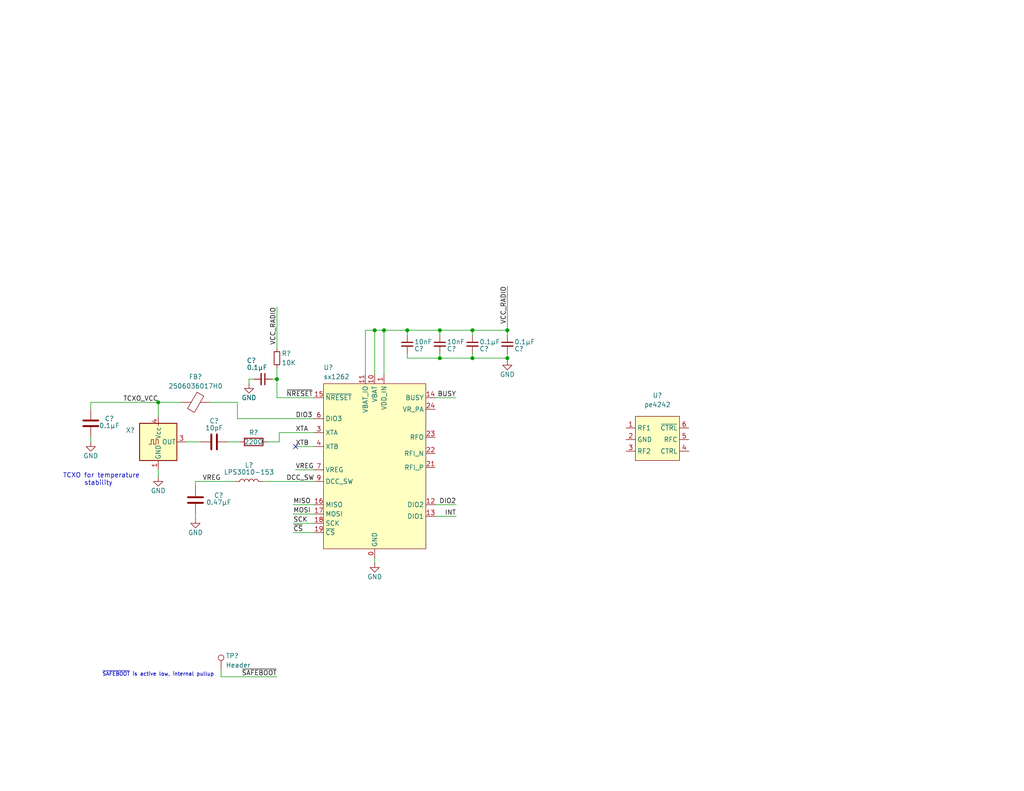
<source format=kicad_sch>
(kicad_sch (version 20211123) (generator eeschema)
  (paper "USLetter")
  (title_block (date "2022-08-06") (rev "V1.0 ") (company "Missouri S&T Rocket Design Team") (comment 1 "Seth Sievers"))
  (lib_symbols
    (symbol "Connector:TestPoint" (pin_numbers hide) (pin_names (offset 0.762) hide)
      (property "Reference" "TP" (at 0 6.858 0))
      (property "Value" "TestPoint" (at 0 5.08 0))
      (symbol "TestPoint_0_1"
        (circle (center 0 3.302) (radius 0.762))
      )
      (symbol "TestPoint_1_1"
        (pin passive line (at 0 0 90) (length 2.54) (name "1") (number "1"))
      )
    )
    (symbol "Device:C" (pin_numbers hide) (pin_names (offset 0.254))
      (property "Reference" "C" (at 0.635 2.54 0))
      (property "Value" "C" (at 0.635 -2.54 0))
      (symbol "C_0_1"
        (polyline (pts (xy -2.032 -0.762) (xy 2.032 -0.762)) (stroke (width 0.508)))
        (polyline (pts (xy -2.032 0.762) (xy 2.032 0.762)) (stroke (width 0.508)))
      )
      (symbol "C_1_1"
        (pin passive line (at 0 3.81 270) (length 2.794) (name "~") (number "1"))
        (pin passive line (at 0 -3.81 90) (length 2.794) (name "~") (number "2"))
      )
    )
    (symbol "Device:C_Small" (pin_numbers hide) (pin_names (offset 0.254) hide)
      (property "Reference" "C" (at 0.254 1.778 0))
      (property "Value" "C_Small" (at 0.254 -2.032 0))
      (symbol "C_Small_0_1"
        (polyline (pts (xy -1.524 -0.508) (xy 1.524 -0.508)) (stroke (width 0.3302)))
        (polyline (pts (xy -1.524 0.508) (xy 1.524 0.508)) (stroke (width 0.3048)))
      )
      (symbol "C_Small_1_1"
        (pin passive line (at 0 2.54 270) (length 2.032) (name "~") (number "1"))
        (pin passive line (at 0 -2.54 90) (length 2.032) (name "~") (number "2"))
      )
    )
    (symbol "Device:FerriteBead" (pin_numbers hide) (pin_names (offset 0))
      (property "Reference" "FB" (at -3.81 0.635 90))
      (property "Value" "FerriteBead" (at 3.81 0 90))
      (symbol "FerriteBead_0_1"
        (polyline (pts (xy 0 -1.27) (xy 0 -1.2192)))
        (polyline (pts (xy 0 1.27) (xy 0 1.2954)))
        (polyline (pts (xy -2.7686 0.4064) (xy -1.7018 2.2606) (xy 2.7686 -0.3048) (xy 1.6764 -2.159) (xy -2.7686 0.4064)))
      )
      (symbol "FerriteBead_1_1"
        (pin passive line (at 0 3.81 270) (length 2.54) (name "~") (number "1"))
        (pin passive line (at 0 -3.81 90) (length 2.54) (name "~") (number "2"))
      )
    )
    (symbol "Device:L" (pin_numbers hide) (pin_names (offset 1.016) hide)
      (property "Reference" "L" (at -1.27 0 90))
      (property "Value" "L" (at 1.905 0 90))
      (symbol "L_0_1"
        (arc (start 0 -2.54) (mid 0.635 -1.905) (end 0 -1.27))
        (arc (start 0 -1.27) (mid 0.635 -0.635) (end 0 0))
        (arc (start 0 0) (mid 0.635 0.635) (end 0 1.27))
        (arc (start 0 1.27) (mid 0.635 1.905) (end 0 2.54))
      )
      (symbol "L_1_1"
        (pin passive line (at 0 3.81 270) (length 1.27) (name "1") (number "1"))
        (pin passive line (at 0 -3.81 90) (length 1.27) (name "2") (number "2"))
      )
    )
    (symbol "Device:R" (pin_numbers hide) (pin_names (offset 0))
      (property "Reference" "R" (at 2.032 0 90))
      (property "Value" "R" (at 0 0 90))
      (symbol "R_0_1"
        (rectangle (start -1.016 -2.54) (end 1.016 2.54) (stroke (width 0.254)))
      )
      (symbol "R_1_1"
        (pin passive line (at 0 3.81 270) (length 1.27) (name "~") (number "1"))
        (pin passive line (at 0 -3.81 90) (length 1.27) (name "~") (number "2"))
      )
    )
    (symbol "Device:R_Small" (pin_numbers hide) (pin_names (offset 0.254) hide)
      (property "Reference" "R" (at 0.762 0.508 0))
      (property "Value" "R_Small" (at 0.762 -1.016 0))
      (symbol "R_Small_0_1"
        (rectangle (start -0.762 1.778) (end 0.762 -1.778) (stroke (width 0.2032)))
      )
      (symbol "R_Small_1_1"
        (pin passive line (at 0 2.54 270) (length 0.762) (name "~") (number "1"))
        (pin passive line (at 0 -2.54 90) (length 0.762) (name "~") (number "2"))
      )
    )
    (symbol "Jumper:SolderJumper_2_Open" (pin_names (offset 0) hide)
      (property "Reference" "JP" (at 0 2.032 0))
      (property "Value" "SolderJumper_2_Open" (at 0 -2.54 0))
      (symbol "SolderJumper_2_Open_0_1"
        (arc (start -0.254 1.016) (mid -1.27 0) (end -0.254 -1.016))
        (arc (start -0.254 1.016) (mid -1.27 0) (end -0.254 -1.016) (fill (type outline)))
        (polyline (pts (xy -0.254 1.016) (xy -0.254 -1.016)))
        (polyline (pts (xy 0.254 1.016) (xy 0.254 -1.016)))
        (arc (start 0.254 -1.016) (mid 1.27 0) (end 0.254 1.016))
        (arc (start 0.254 -1.016) (mid 1.27 0) (end 0.254 1.016) (fill (type outline)))
      )
      (symbol "SolderJumper_2_Open_1_1"
        (pin passive line (at -3.81 0 0) (length 2.54) (name "A") (number "1"))
        (pin passive line (at 3.81 0 180) (length 2.54) (name "B") (number "2"))
      )
    )
    (symbol "Jumper:SolderJumper_3_Open" (pin_names (offset 0) hide)
      (property "Reference" "JP" (at -2.54 -2.54 0))
      (property "Value" "SolderJumper_3_Open" (at 0 2.794 0))
      (symbol "SolderJumper_3_Open_0_1"
        (arc (start -1.016 1.016) (mid -2.032 0) (end -1.016 -1.016))
        (arc (start -1.016 1.016) (mid -2.032 0) (end -1.016 -1.016) (fill (type outline)))
        (rectangle (start -0.508 1.016) (end 0.508 -1.016) (fill (type outline)))
        (polyline (pts (xy -2.54 0) (xy -2.032 0)))
        (polyline (pts (xy -1.016 1.016) (xy -1.016 -1.016)))
        (polyline (pts (xy 0 -1.27) (xy 0 -1.016)))
        (polyline (pts (xy 1.016 1.016) (xy 1.016 -1.016)))
        (polyline (pts (xy 2.54 0) (xy 2.032 0)))
        (arc (start 1.016 -1.016) (mid 2.032 0) (end 1.016 1.016))
        (arc (start 1.016 -1.016) (mid 2.032 0) (end 1.016 1.016) (fill (type outline)))
      )
      (symbol "SolderJumper_3_Open_1_1"
        (pin passive line (at -5.08 0 0) (length 2.54) (name "A") (number "1"))
        (pin passive line (at 0 -3.81 90) (length 2.54) (name "C") (number "2"))
        (pin passive line (at 5.08 0 180) (length 2.54) (name "B") (number "3"))
      )
    )
    (symbol "SRAD-FC:ECS-TXO-25CSMV-320-BM-TR" (pin_names (offset 0.254))
      (property "Reference" "X?" (at -6.985 1.2701 0))
      (property "Value" "ECS-TXO-25CSMV-320-BM-TR" (at 15.875 -18.415 0))
      (symbol "ECS-TXO-25CSMV-320-BM-TR_0_1"
        (rectangle (start -5.08 5.08) (end 5.08 -5.08) (stroke (width 0.254)) (fill (type background)))
        (polyline (pts (xy -2.54 -0.635) (xy -1.905 -0.635) (xy -1.905 0.635) (xy -1.27 0.635) (xy -1.27 -0.635) (xy -0.635 -0.635) (xy -0.635 0.635) (xy 0 0.635) (xy 0 -0.635)))
      )
      (symbol "ECS-TXO-25CSMV-320-BM-TR_1_1"
        (pin power_in line (at 0 -7.62 90) (length 2.54) (name "GND") (number "1"))
        (pin no_connect line (at -7.62 0 0) (length 2.54) hide (name "NC") (number "1"))
        (pin power_in line (at 0 -7.62 90) (length 2.54) hide (name "GND") (number "2"))
        (pin output line (at 7.62 0 180) (length 2.54) (name "OUT") (number "3"))
        (pin power_in line (at 0 6.985 270) (length 2.54) (name "Vcc") (number "4"))
      )
    )
    (symbol "SRAD-FC:pe4242"
      (property "Reference" "U" (at 0 10.16 0))
      (property "Value" "pe4242" (at 0 8.255 0))
      (symbol "pe4242_0_1"
        (rectangle (start -5.715 6.35) (end 6.35 -5.715) (fill (type background)))
      )
      (symbol "pe4242_1_1"
        (pin input line (at -8.255 3.175 0) (length 2.54) (name "RF1") (number "1"))
        (pin output line (at -8.255 0 0) (length 2.54) (name "GND") (number "2"))
        (pin input line (at -8.255 -3.175 0) (length 2.54) (name "RF2") (number "3"))
        (pin input line (at 8.89 -3.175 180) (length 2.54) (name "CTRL") (number "4"))
        (pin output line (at 8.89 0 180) (length 2.54) (name "RFC") (number "5"))
        (pin input line (at 8.89 3.175 180) (length 2.54) (name "~{CTRL}") (number "6"))
      )
    )
    (symbol "SRAD-FC:sx1262"
      (property "Reference" "U" (at -11.43 25.4 0))
      (property "Value" "sx1262" (at -11.43 23.495 0))
      (symbol "sx1262_0_1"
        (rectangle (start -13.97 21.59) (end 13.97 -23.495) (fill (type background)))
      )
      (symbol "sx1262_1_1"
        (pin power_out line (at 0 -26.035 90) (length 2.54) (name "GND") (number "0"))
        (pin power_in line (at 2.54 24.13 270) (length 2.54) (name "VDD_IN") (number "1"))
        (pin power_in line (at 0 24.13 270) (length 2.54) (name "VBAT") (number "10"))
        (pin power_in line (at -2.54 24.13 270) (length 2.54) (name "VBAT_IO") (number "11"))
        (pin bidirectional line (at 16.51 -11.43 180) (length 2.54) (name "DIO2") (number "12"))
        (pin bidirectional line (at 16.51 -14.605 180) (length 2.54) (name "DIO1") (number "13"))
        (pin output line (at 16.51 17.78 180) (length 2.54) (name "BUSY") (number "14"))
        (pin input line (at -16.51 17.78 0) (length 2.54) (name "~{NRESET}") (number "15"))
        (pin output line (at -16.51 -11.43 0) (length 2.54) (name "MISO") (number "16"))
        (pin input line (at -16.51 -13.97 0) (length 2.54) (name "MOSI") (number "17"))
        (pin input line (at -16.51 -16.51 0) (length 2.54) (name "SCK") (number "18"))
        (pin input line (at -16.51 -19.05 0) (length 2.54) (name "~{CS}") (number "19"))
        (pin power_out line (at 0 -26.035 90) (length 2.54) hide (name "GND") (number "2"))
        (pin power_out line (at 0 -26.035 90) (length 2.54) hide (name "GND") (number "20"))
        (pin input line (at 16.51 -1.27 180) (length 2.54) (name "RFI_P") (number "21"))
        (pin input line (at 16.51 2.54 180) (length 2.54) (name "RFI_N") (number "22"))
        (pin output line (at 16.51 6.985 180) (length 2.54) (name "RFO") (number "23"))
        (pin output line (at 16.51 14.605 180) (length 2.54) (name "VR_PA") (number "24"))
        (pin bidirectional line (at -16.51 8.255 0) (length 2.54) (name "XTA") (number "3"))
        (pin bidirectional line (at -16.51 4.445 0) (length 2.54) (name "XTB") (number "4"))
        (pin power_out line (at 0 -26.035 90) (length 2.54) hide (name "GND") (number "5"))
        (pin bidirectional line (at -16.51 12.065 0) (length 2.54) (name "DIO3") (number "6"))
        (pin power_out line (at -16.51 -1.905 0) (length 2.54) (name "VREG") (number "7"))
        (pin power_out line (at 0 -26.035 90) (length 2.54) hide (name "GND") (number "8"))
        (pin power_out line (at -16.51 -5.08 0) (length 2.54) (name "DCC_SW") (number "9"))
      )
    )
    (symbol "power:+3V3" (power) (pin_names (offset 0))
      (property "Value" "+3V3" (at 0 3.556 0))
      (symbol "+3V3_0_1"
        (polyline (pts (xy -0.762 1.27) (xy 0 2.54)))
        (polyline (pts (xy 0 0) (xy 0 2.54)))
        (polyline (pts (xy 0 2.54) (xy 0.762 1.27)))
      )
      (symbol "+3V3_1_1"
        (pin power_in line (at 0 0 90) (length 0) hide (name "+3V3") (number "1"))
      )
    )
    (symbol "power:GND" (power) (pin_names (offset 0))
      (property "Value" "GND" (at 0 -3.81 0))
      (symbol "GND_0_1"
        (polyline (pts (xy 0 0) (xy 0 -1.27) (xy 1.27 -1.27) (xy 0 -2.54) (xy -1.27 -1.27) (xy 0 -1.27)))
      )
      (symbol "GND_1_1"
        (pin power_in line (at 0 0 270) (length 0) hide (name "GND") (number "1"))
      )
    )
  )
  (junction (at 104.775 90.17))
  (junction (at 128.905 97.79))
  (junction (at 75.565 103.505))
  (junction (at 120.015 97.79))
  (junction (at 354.33 51.435))
  (junction (at 354.33 91.44))
  (junction (at 102.235 90.17))
  (junction (at 111.125 90.17))
  (junction (at 354.33 98.425))
  (junction (at 354.33 76.2))
  (junction (at 138.43 97.79))
  (junction (at 354.33 67.945))
  (junction (at 354.33 43.18))
  (junction (at 43.18 109.855))
  (junction (at 354.33 130.175))
  (junction (at 120.015 90.17))
  (junction (at 128.905 90.17))
  (junction (at 138.43 90.17))
  (junction (at 354.33 59.69))
  (no_connect (at 80.645 121.92))
  (wire (pts (xy 370.84 107.315) (xy 386.08 107.315)))
  (wire (pts (xy 118.745 108.585) (xy 124.46 108.585)))
  (wire (pts (xy 76.2 120.65) (xy 76.2 118.11)))
  (wire (pts (xy 64.77 114.3) (xy 85.725 114.3)))
  (wire (pts (xy 80.01 145.415) (xy 85.725 145.415)))
  (wire (pts (xy 80.01 137.795) (xy 85.725 137.795)))
  (wire (pts (xy 24.765 109.855) (xy 24.765 111.76)))
  (wire (pts (xy 80.01 140.335) (xy 85.725 140.335)))
  (polyline (pts (xy 316.23 140.97) (xy 387.35 140.97)))
  (wire (pts (xy 75.565 108.585) (xy 85.725 108.585)))
  (wire (pts (xy 138.43 97.79) (xy 138.43 98.425)))
  (wire (pts (xy 354.33 84.455) (xy 369.57 84.455)))
  (wire (pts (xy 370.84 105.41) (xy 370.84 107.315)))
  (wire (pts (xy 354.33 82.55) (xy 354.33 84.455)))
  (wire (pts (xy 354.33 59.69) (xy 369.57 59.69)))
  (wire (pts (xy 354.33 58.42) (xy 354.33 59.69)))
  (wire (pts (xy 71.755 131.445) (xy 85.725 131.445)))
  (wire (pts (xy 327.66 98.425) (xy 335.28 98.425)))
  (wire (pts (xy 354.33 50.165) (xy 354.33 51.435)))
  (wire (pts (xy 104.775 90.17) (xy 111.125 90.17)))
  (wire (pts (xy 43.18 113.665) (xy 43.18 109.855)))
  (wire (pts (xy 76.2 118.11) (xy 85.725 118.11)))
  (wire (pts (xy 102.235 90.17) (xy 102.235 102.235)))
  (wire (pts (xy 99.695 102.235) (xy 99.695 90.17)))
  (wire (pts (xy 128.905 97.79) (xy 138.43 97.79)))
  (wire (pts (xy 354.33 90.17) (xy 354.33 91.44)))
  (wire (pts (xy 354.33 43.18) (xy 369.57 43.18)))
  (wire (pts (xy 327.66 91.44) (xy 335.28 91.44)))
  (wire (pts (xy 53.34 132.715) (xy 53.34 131.445)))
  (wire (pts (xy 342.265 51.435) (xy 354.33 51.435)))
  (wire (pts (xy 75.565 83.82) (xy 75.565 95.25)))
  (wire (pts (xy 342.265 59.69) (xy 354.33 59.69)))
  (wire (pts (xy 353.695 107.315) (xy 368.935 107.315)))
  (wire (pts (xy 43.18 128.27) (xy 43.18 130.175)))
  (wire (pts (xy 60.325 184.785) (xy 60.325 182.88)))
  (polyline (pts (xy 387.35 140.97) (xy 387.35 31.115)))
  (wire (pts (xy 111.125 90.17) (xy 120.015 90.17)))
  (wire (pts (xy 43.18 109.855) (xy 24.765 109.855)))
  (wire (pts (xy 327.66 76.2) (xy 335.28 76.2)))
  (wire (pts (xy 74.295 103.505) (xy 75.565 103.505)))
  (wire (pts (xy 331.47 130.175) (xy 354.33 130.175)))
  (wire (pts (xy 104.775 90.17) (xy 104.775 102.235)))
  (wire (pts (xy 80.645 121.92) (xy 85.725 121.92)))
  (wire (pts (xy 327.66 67.945) (xy 334.645 67.945)))
  (wire (pts (xy 64.77 114.3) (xy 64.77 109.855)))
  (wire (pts (xy 111.125 90.17) (xy 111.125 91.44)))
  (wire (pts (xy 53.34 140.335) (xy 53.34 141.605)))
  (wire (pts (xy 53.34 131.445) (xy 64.135 131.445)))
  (wire (pts (xy 128.905 96.52) (xy 128.905 97.79)))
  (wire (pts (xy 319.405 105.41) (xy 319.405 107.315)))
  (wire (pts (xy 120.015 96.52) (xy 120.015 97.79)))
  (wire (pts (xy 102.235 152.4) (xy 102.235 153.67)))
  (wire (pts (xy 327.66 135.255) (xy 327.66 136.525)))
  (wire (pts (xy 354.33 66.675) (xy 354.33 67.945)))
  (wire (pts (xy 354.33 76.2) (xy 369.57 76.2)))
  (wire (pts (xy 67.945 103.505) (xy 69.215 103.505)))
  (wire (pts (xy 354.33 51.435) (xy 369.57 51.435)))
  (wire (pts (xy 319.405 107.315) (xy 334.645 107.315)))
  (wire (pts (xy 99.695 90.17) (xy 102.235 90.17)))
  (wire (pts (xy 321.31 43.18) (xy 334.645 43.18)))
  (wire (pts (xy 111.125 97.79) (xy 120.015 97.79)))
  (wire (pts (xy 138.43 78.105) (xy 138.43 90.17)))
  (wire (pts (xy 111.125 96.52) (xy 111.125 97.79)))
  (wire (pts (xy 336.55 105.41) (xy 336.55 107.315)))
  (wire (pts (xy 342.265 43.18) (xy 354.33 43.18)))
  (wire (pts (xy 24.765 119.38) (xy 24.765 120.65)))
  (wire (pts (xy 321.31 40.64) (xy 321.31 43.18)))
  (wire (pts (xy 327.66 118.745) (xy 327.66 125.095)))
  (wire (pts (xy 138.43 90.17) (xy 138.43 91.44)))
  (wire (pts (xy 120.015 90.17) (xy 120.015 91.44)))
  (wire (pts (xy 120.015 90.17) (xy 128.905 90.17)))
  (wire (pts (xy 354.33 67.945) (xy 369.57 67.945)))
  (wire (pts (xy 342.9 91.44) (xy 354.33 91.44)))
  (wire (pts (xy 73.025 120.65) (xy 76.2 120.65)))
  (wire (pts (xy 60.325 184.785) (xy 75.565 184.785)))
  (wire (pts (xy 50.8 120.65) (xy 54.61 120.65)))
  (wire (pts (xy 336.55 107.315) (xy 351.79 107.315)))
  (wire (pts (xy 120.015 97.79) (xy 128.905 97.79)))
  (wire (pts (xy 128.905 90.17) (xy 128.905 91.44)))
  (wire (pts (xy 75.565 103.505) (xy 75.565 108.585)))
  (wire (pts (xy 354.33 128.27) (xy 354.33 130.175)))
  (wire (pts (xy 75.565 100.33) (xy 75.565 103.505)))
  (wire (pts (xy 118.745 137.795) (xy 124.46 137.795)))
  (wire (pts (xy 354.33 41.275) (xy 354.33 43.18)))
  (wire (pts (xy 80.01 142.875) (xy 85.725 142.875)))
  (wire (pts (xy 102.235 90.17) (xy 104.775 90.17)))
  (wire (pts (xy 327.66 51.435) (xy 334.645 51.435)))
  (wire (pts (xy 118.745 140.97) (xy 124.46 140.97)))
  (wire (pts (xy 138.43 97.79) (xy 138.43 96.52)))
  (wire (pts (xy 354.33 130.175) (xy 369.57 130.175)))
  (wire (pts (xy 342.9 98.425) (xy 354.33 98.425)))
  (wire (pts (xy 43.18 109.855) (xy 49.53 109.855)))
  (polyline (pts (xy 387.35 31.115) (xy 316.23 31.115)))
  (wire (pts (xy 342.265 67.945) (xy 354.33 67.945)))
  (wire (pts (xy 354.33 74.93) (xy 354.33 76.2)))
  (wire (pts (xy 353.695 105.41) (xy 353.695 107.315)))
  (wire (pts (xy 354.33 97.155) (xy 354.33 98.425)))
  (wire (pts (xy 67.945 103.505) (xy 67.945 104.775)))
  (wire (pts (xy 62.23 120.65) (xy 65.405 120.65)))
  (wire (pts (xy 354.33 98.425) (xy 369.57 98.425)))
  (wire (pts (xy 80.645 128.27) (xy 85.725 128.27)))
  (wire (pts (xy 327.66 59.69) (xy 334.645 59.69)))
  (polyline (pts (xy 316.23 140.97) (xy 316.23 31.115)))
  (wire (pts (xy 354.33 91.44) (xy 369.57 91.44)))
  (wire (pts (xy 128.905 90.17) (xy 138.43 90.17)))
  (wire (pts (xy 342.9 76.2) (xy 354.33 76.2)))
  (wire (pts (xy 64.77 109.855) (xy 57.15 109.855)))
  (text "TCXO for temperature \n      stability" (at 17.145 132.715 0) (effects (font (size 1.27 1.27)) (justify left bottom)))
  (text "D_SEL should be tied to ground for SPI" (at 335.28 132.715 0) (effects (font (size 1 1)) (justify left bottom)))
  (text "~{RESET} is active low\n" (at 352.425 84.455 180) (effects (font (size 1 1)) (justify right bottom)))
  (text "DEBUG" (at 316.23 30.48 0) (effects (font (size 1.27 1.27)) (justify left bottom)))
  (text "BUSY low = chip ready for command" (at 322.58 87.63 0) (effects (font (size 1 1)) (justify left bottom)))
  (text "~{SAFEBOOT} is active low, internal pullup\n" (at 58.42 184.785 180) (effects (font (size 1 1)) (justify right bottom)))
  (text "*Remove for final*" (at 375.285 33.02 0) (effects (font (size 0.75 0.75) italic) (justify left bottom)))
  (label "VREG" (at 55.245 131.445 0))
  (label "SCK" (at 80.01 142.875 0))
  (label "INT" (at 369.57 98.425 180))
  (label "~{NRESET}" (at 78.105 108.585 0))
  (label "VCC_RADIO" (at 75.565 83.82 270))
  (label "GPS_VCC" (at 368.935 107.315 180))
  (label "SCK" (at 369.57 67.945 180))
  (label "VCC_RADIO" (at 138.43 78.105 270))
  (label "DIO2" (at 124.46 137.795 180))
  (label "BUSY" (at 369.57 91.44 180))
  (label "+3V3" (at 369.57 43.18 180))
  (label "DIO3" (at 80.645 114.3 0))
  (label "MISO" (at 80.01 137.795 0))
  (label "D_SEL" (at 369.57 130.175 180))
  (label "BUSY" (at 124.46 108.585 180))
  (label "TCXO_VCC" (at 43.18 109.855 180))
  (label "MISO" (at 369.57 51.435 180))
  (label "XTB" (at 80.645 121.92 0))
  (label "VREG" (at 80.645 128.27 0))
  (label "~{CS}" (at 369.57 76.2 180))
  (label "GPS_VCC" (at 327.66 118.745 270))
  (label "PIO15" (at 351.79 107.315 180))
  (label "~{CS}" (at 80.01 145.415 0))
  (label "~{RESET}" (at 369.57 84.455 180))
  (label "V_BCKP" (at 386.08 107.315 180))
  (label "~{SAFEBOOT}" (at 75.565 184.785 180))
  (label "MOSI" (at 369.57 59.69 180))
  (label "TCXO_VCC" (at 334.645 107.315 180))
  (label "MOSI" (at 80.01 140.335 0))
  (label "DCC_SW" (at 78.105 131.445 0))
  (label "INT" (at 124.46 140.97 180))
  (label "XTA" (at 80.645 118.11 0))
  (hierarchical_label "MOSI" (shape input) (at 327.66 59.69 180))
  (hierarchical_label "~{CS}" (shape input) (at 327.66 76.2 180))
  (hierarchical_label "SCK" (shape input) (at 327.66 67.945 180))
  (hierarchical_label "INT" (shape output) (at 327.66 98.425 180))
  (hierarchical_label "BUSY" (shape input) (at 327.66 91.44 180))
  (hierarchical_label "MISO" (shape output) (at 327.66 51.435 180))
  (symbol (lib_id "power:GND") (at 138.43 98.425 0) (unit 1)
    (property "Reference" "#PWR?" (effects hide))
    (property "Value" "GND" (at 138.43 102.235 0))
  )
  (symbol (lib_id "power:GND") (at 102.235 153.67 0) (unit 1)
    (property "Reference" "#PWR?" (effects hide))
    (property "Value" "GND" (at 102.235 157.48 0))
  )
  (symbol (lib_id "Device:R_Small") (at 75.565 97.79 0) (unit 1)
    (property "Reference" "R?" (at 76.835 96.52 0) (effects (justify left)))
    (property "Value" "10K" (at 76.835 99.06 0) (effects (justify left)))
  )
  (symbol (lib_id "Connector:TestPoint") (at 354.33 50.165 0) (unit 1)
    (property "Reference" "TP?" (at 355.6 46.355 0) (effects (justify left)))
    (property "Value" "Header" (at 355.6 48.895 0) (effects (justify left)))
    (property "Footprint" "Connector_PinHeader_2.54mm:PinHeader_1x01_P2.54mm_Vertical" (effects hide))
  )
  (symbol (lib_id "Device:R") (at 69.215 120.65 90) (unit 1)
    (property "Reference" "R?" (at 69.215 118.11 90))
    (property "Value" "220Ω" (at 69.215 120.65 90))
  )
  (symbol (lib_id "Jumper:SolderJumper_2_Open") (at 339.09 76.2 0) (unit 1)
    (property "Reference" "JP?" (at 339.09 73.66 0))
    (property "Value" "SolderJumper_2_Open" (effects hide))
    (property "Footprint" "Jumper:SolderJumper-2_P1.3mm_Open_RoundedPad1.0x1.5mm" (effects hide))
  )
  (symbol (lib_id "Connector:TestPoint") (at 60.325 182.88 0) (unit 1)
    (property "Reference" "TP?" (at 61.595 179.07 0) (effects (justify left)))
    (property "Value" "Header" (at 61.595 181.61 0) (effects (justify left)))
    (property "Footprint" "Connector_PinHeader_2.54mm:PinHeader_1x01_P2.54mm_Vertical" (effects hide))
  )
  (symbol (lib_id "Device:C_Small") (at 128.905 93.98 0) (unit 1)
    (property "Reference" "C?" (at 130.81 95.25 0) (effects (justify left)))
    (property "Value" "0.1μF" (at 130.81 93.345 0) (effects (justify left)))
  )
  (symbol (lib_id "Jumper:SolderJumper_2_Open") (at 339.09 91.44 0) (unit 1)
    (property "Reference" "JP?" (at 339.09 88.9 0))
    (property "Value" "SolderJumper_2_Open" (effects hide))
    (property "Footprint" "Jumper:SolderJumper-2_P1.3mm_Open_RoundedPad1.0x1.5mm" (effects hide))
  )
  (symbol (lib_id "Connector:TestPoint") (at 354.33 97.155 0) (unit 1)
    (property "Reference" "TP?" (at 355.6 93.345 0) (effects (justify left)))
    (property "Value" "Header" (at 355.6 95.25 0) (effects (justify left)))
    (property "Footprint" "Connector_PinHeader_2.54mm:PinHeader_1x01_P2.54mm_Vertical" (effects hide))
  )
  (symbol (lib_id "power:GND") (at 24.765 120.65 0) (unit 1)
    (property "Reference" "#PWR?" (effects hide))
    (property "Value" "GND" (at 24.765 124.46 0))
  )
  (symbol (lib_id "SRAD-FC:sx1262") (at 102.235 126.365 0) (unit 1)
    (property "Reference" "U?" (at 88.265 100.33 0) (effects (justify left)))
    (property "Value" "sx1262" (at 88.265 102.87 0) (effects (justify left)))
    (property "Footprint" "Package_DFN_QFN:QFN-24-1EP_4x4mm_P0.5mm_EP2.6x2.6mm_ThermalVias" (effects hide))
    (property "Datasheet" "https://semtech.my.salesforce.com/sfc/p/E0000000JelG/a/2R000000HT7B/4cQ1B3JG0iKRo9DGRkjVuxclfwB.3tfSUcGr.S_dPd4" (effects hide))
    (property "Digikey" "https://www.digikey.com/en/products/detail/semtech-corporation/SX1262IMLTRT/8564369" (effects hide))
  )
  (symbol (lib_id "Jumper:SolderJumper_2_Open") (at 338.455 51.435 0) (unit 1)
    (property "Reference" "JP?" (at 338.455 48.895 0))
    (property "Value" "SolderJumper_2_Open" (effects hide))
    (property "Footprint" "Jumper:SolderJumper-2_P1.3mm_Open_RoundedPad1.0x1.5mm" (effects hide))
  )
  (symbol (lib_id "Device:L") (at 67.945 131.445 90) (unit 1)
    (property "Reference" "L?" (at 67.945 127 90))
    (property "Value" "LPS3010-153" (at 67.945 128.905 90))
    (property "Datasheet" "https://www.mouser.com/datasheet/2/597/lps3010-270700.pdf" (effects hide))
    (property "Mouser" "https://www.mouser.com/ProductDetail/Coilcraft/LPS3010-153MRC?qs=QQJxVsr8EGYcX7gWSOdpNA%3D%3D" (effects hide))
  )
  (symbol (lib_id "Connector:TestPoint") (at 354.33 128.27 0) (unit 1)
    (property "Reference" "TP?" (at 355.6 124.46 0) (effects (justify left)))
    (property "Value" "Header" (at 355.6 127 0) (effects (justify left)))
    (property "Footprint" "Connector_PinHeader_2.54mm:PinHeader_1x01_P2.54mm_Vertical" (effects hide))
  )
  (symbol (lib_id "Connector:TestPoint") (at 370.84 105.41 0) (unit 1)
    (property "Reference" "TP?" (at 372.11 102.235 0) (effects (justify left)))
    (property "Value" "Header" (at 372.11 104.14 0) (effects (justify left)))
    (property "Footprint" "Connector_PinHeader_2.54mm:PinHeader_1x01_P2.54mm_Vertical" (effects hide))
  )
  (symbol (lib_id "Device:C") (at 58.42 120.65 90) (unit 1)
    (property "Reference" "C?" (at 58.42 114.935 90))
    (property "Value" "10pF" (at 58.42 116.84 90))
  )
  (symbol (lib_id "Connector:TestPoint") (at 319.405 105.41 0) (unit 1)
    (property "Reference" "TP?" (at 320.675 102.235 0) (effects (justify left)))
    (property "Value" "Header" (at 320.675 104.14 0) (effects (justify left)))
    (property "Footprint" "Connector_PinHeader_2.54mm:PinHeader_1x01_P2.54mm_Vertical" (effects hide))
  )
  (symbol (lib_id "Jumper:SolderJumper_3_Open") (at 327.66 130.175 90) (unit 1)
    (property "Reference" "JP?" (at 326.009 130.6088 90) (effects (justify left)))
    (property "Value" "SolderJumper_3_Open" (effects hide))
    (property "Footprint" "Jumper:SolderJumper-3_P1.3mm_Open_RoundedPad1.0x1.5mm" (effects hide))
  )
  (symbol (lib_id "Jumper:SolderJumper_2_Open") (at 339.09 98.425 0) (unit 1)
    (property "Reference" "JP?" (at 339.09 95.885 0))
    (property "Value" "SolderJumper_2_Open" (effects hide))
    (property "Footprint" "Jumper:SolderJumper-2_P1.3mm_Open_RoundedPad1.0x1.5mm" (effects hide))
  )
  (symbol (lib_id "Connector:TestPoint") (at 354.33 41.275 0) (unit 1)
    (property "Reference" "TP?" (at 355.6 37.465 0) (effects (justify left)))
    (property "Value" "Header" (at 355.6 40.005 0) (effects (justify left)))
    (property "Footprint" "Connector_PinHeader_2.54mm:PinHeader_1x01_P2.54mm_Vertical" (effects hide))
  )
  (symbol (lib_id "Connector:TestPoint") (at 354.33 66.675 0) (unit 1)
    (property "Reference" "TP?" (at 355.6 62.865 0) (effects (justify left)))
    (property "Value" "Header" (at 355.6 65.405 0) (effects (justify left)))
    (property "Footprint" "Connector_PinHeader_2.54mm:PinHeader_1x01_P2.54mm_Vertical" (effects hide))
  )
  (symbol (lib_id "Device:C") (at 53.34 136.525 0) (unit 1)
    (property "Reference" "C?" (at 59.69 135.255 0))
    (property "Value" "0.47μF" (at 59.69 137.16 0))
  )
  (symbol (lib_id "Device:C_Small") (at 111.125 93.98 0) (unit 1)
    (property "Reference" "C?" (at 113.03 95.25 0) (effects (justify left)))
    (property "Value" "10nF" (at 113.03 93.345 0) (effects (justify left)))
  )
  (symbol (lib_id "power:+3V3") (at 321.31 40.64 0) (unit 1)
    (property "Reference" "#PWR?" (effects hide))
    (property "Value" "+3V3" (at 321.31 35.56 0))
  )
  (symbol (lib_id "power:GND") (at 67.945 104.775 0) (unit 1)
    (property "Reference" "#PWR?" (effects hide))
    (property "Value" "GND" (at 67.945 108.585 0))
  )
  (symbol (lib_id "Connector:TestPoint") (at 354.33 74.93 0) (unit 1)
    (property "Reference" "TP?" (at 355.6 71.12 0) (effects (justify left)))
    (property "Value" "Header" (at 355.6 73.66 0) (effects (justify left)))
    (property "Footprint" "Connector_PinHeader_2.54mm:PinHeader_1x01_P2.54mm_Vertical" (effects hide))
  )
  (symbol (lib_id "Connector:TestPoint") (at 354.33 58.42 0) (unit 1)
    (property "Reference" "TP?" (at 355.6 54.61 0) (effects (justify left)))
    (property "Value" "Header" (at 355.6 57.15 0) (effects (justify left)))
    (property "Footprint" "Connector_PinHeader_2.54mm:PinHeader_1x01_P2.54mm_Vertical" (effects hide))
  )
  (symbol (lib_id "Device:C_Small") (at 138.43 93.98 0) (unit 1)
    (property "Reference" "C?" (at 140.335 95.25 0) (effects (justify left)))
    (property "Value" "0.1μF" (at 140.335 93.345 0) (effects (justify left)))
  )
  (symbol (lib_id "Connector:TestPoint") (at 336.55 105.41 0) (unit 1)
    (property "Reference" "TP?" (at 337.82 102.235 0) (effects (justify left)))
    (property "Value" "Header" (at 337.82 104.14 0) (effects (justify left)))
    (property "Footprint" "Connector_PinHeader_2.54mm:PinHeader_1x01_P2.54mm_Vertical" (effects hide))
  )
  (symbol (lib_id "Jumper:SolderJumper_2_Open") (at 338.455 43.18 0) (unit 1)
    (property "Reference" "JP?" (at 338.455 40.64 0))
    (property "Value" "SolderJumper_2_Open" (effects hide))
    (property "Footprint" "Jumper:SolderJumper-2_P1.3mm_Open_RoundedPad1.0x1.5mm" (effects hide))
  )
  (symbol (lib_id "Connector:TestPoint") (at 353.695 105.41 0) (unit 1)
    (property "Reference" "TP?" (at 354.965 102.235 0) (effects (justify left)))
    (property "Value" "Header" (at 354.965 104.14 0) (effects (justify left)))
    (property "Footprint" "Connector_PinHeader_2.54mm:PinHeader_1x01_P2.54mm_Vertical" (effects hide))
  )
  (symbol (lib_id "Connector:TestPoint") (at 354.33 90.17 0) (unit 1)
    (property "Reference" "TP?" (at 355.6 86.36 0) (effects (justify left)))
    (property "Value" "Header" (at 355.6 88.265 0) (effects (justify left)))
    (property "Footprint" "Connector_PinHeader_2.54mm:PinHeader_1x01_P2.54mm_Vertical" (effects hide))
  )
  (symbol (lib_id "Jumper:SolderJumper_2_Open") (at 338.455 59.69 0) (unit 1)
    (property "Reference" "JP?" (at 338.455 57.15 0))
    (property "Value" "SolderJumper_2_Open" (effects hide))
    (property "Footprint" "Jumper:SolderJumper-2_P1.3mm_Open_RoundedPad1.0x1.5mm" (effects hide))
  )
  (symbol (lib_id "Connector:TestPoint") (at 354.33 82.55 0) (unit 1)
    (property "Reference" "TP?" (at 355.6 79.375 0) (effects (justify left)))
    (property "Value" "Header" (at 355.6 81.28 0) (effects (justify left)))
    (property "Footprint" "Connector_PinHeader_2.54mm:PinHeader_1x01_P2.54mm_Vertical" (effects hide))
  )
  (symbol (lib_id "Jumper:SolderJumper_2_Open") (at 338.455 67.945 0) (unit 1)
    (property "Reference" "JP?" (at 338.455 65.405 0))
    (property "Value" "SolderJumper_2_Open" (effects hide))
    (property "Footprint" "Jumper:SolderJumper-2_P1.3mm_Open_RoundedPad1.0x1.5mm" (effects hide))
  )
  (symbol (lib_id "power:GND") (at 43.18 130.175 0) (unit 1)
    (property "Reference" "#PWR?" (effects hide))
    (property "Value" "GND" (at 43.18 133.985 0))
  )
  (symbol (lib_id "power:GND") (at 53.34 141.605 0) (unit 1)
    (property "Reference" "#PWR?" (effects hide))
    (property "Value" "GND" (at 53.34 145.415 0))
  )
  (symbol (lib_id "Device:C_Small") (at 120.015 93.98 0) (unit 1)
    (property "Reference" "C?" (at 121.92 95.25 0) (effects (justify left)))
    (property "Value" "10nF" (at 121.92 93.345 0) (effects (justify left)))
  )
  (symbol (lib_id "Device:C_Small") (at 71.755 103.505 270) (unit 1)
    (property "Reference" "C?" (at 67.31 98.425 90) (effects (justify left)))
    (property "Value" "0.1μF" (at 67.31 100.33 90) (effects (justify left)))
  )
  (symbol (lib_id "Device:C") (at 24.765 115.57 0) (unit 1)
    (property "Reference" "C?" (at 29.845 114.3 0))
    (property "Value" "0.1μF" (at 29.845 116.205 0))
  )
  (symbol (lib_id "Device:FerriteBead") (at 53.34 109.855 270) (unit 1)
    (property "Reference" "FB?" (at 53.34 102.87 90))
    (property "Value" "2506036017H0" (at 53.34 105.41 90))
    (property "Footprint" "Capacitor_SMD:C_0603_1608Metric_Pad1.08x0.95mm_HandSolder" (effects hide))
    (property "Datasheet" "https://www.fair-rite.com/wp-content/themes/fair-rite/print_product.php?pid=29747" (effects hide))
    (property "Digikey" "https://www.digikey.com/en/products/detail/fair-rite-products-corp/2506036017H0/14635286" (effects hide))
  )
  (symbol (lib_id "power:GND") (at 327.66 136.525 0) (unit 1)
    (property "Reference" "#PWR?" (effects hide))
    (property "Value" "GND" (at 323.85 137.795 0))
  )
  (symbol (lib_id "SRAD-FC:ECS-TXO-25CSMV-320-BM-TR") (at 43.18 120.65 0) (unit 1)
    (property "Reference" "X?" (at 36.83 117.475 0) (effects (justify right)))
    (property "Value" "ECS-TXO-25CSMV-320-BM-TR" (effects hide))
    (property "Footprint" "SRAD-FC:ECS-TXO-25CSMV-320-BM-TR" (effects hide))
    (property "Datasheet" "https://ecsxtal.com/store/pdf/ECS-TXO-25CSMV.pdf" (effects hide))
    (property "Digikey" "https://www.digikey.com/en/products/detail/ecs-inc/ECS-TXO-25CSMV-320-BM-TR/10669129" (effects hide))
  )
  (symbol (lib_id "SRAD-FC:pe4242") (at 179.07 120.015 0) (unit 1)
    (property "Reference" "U?" (at 179.3875 107.95 0))
    (property "Value" "pe4242" (at 179.3875 110.49 0))
    (property "Footprint" "Package_TO_SOT_SMD:SOT-363_SC-70-6" (effects hide))
    (property "Datasheet" "https://www.psemi.com/pdf/datasheets/pe42421ds.pdf" (effects hide))
    (property "Digikey" "https://www.digikey.com/en/products/detail/psemi/PE42421SCAA-Z/3728588" (effects hide))
  )
)
</source>
